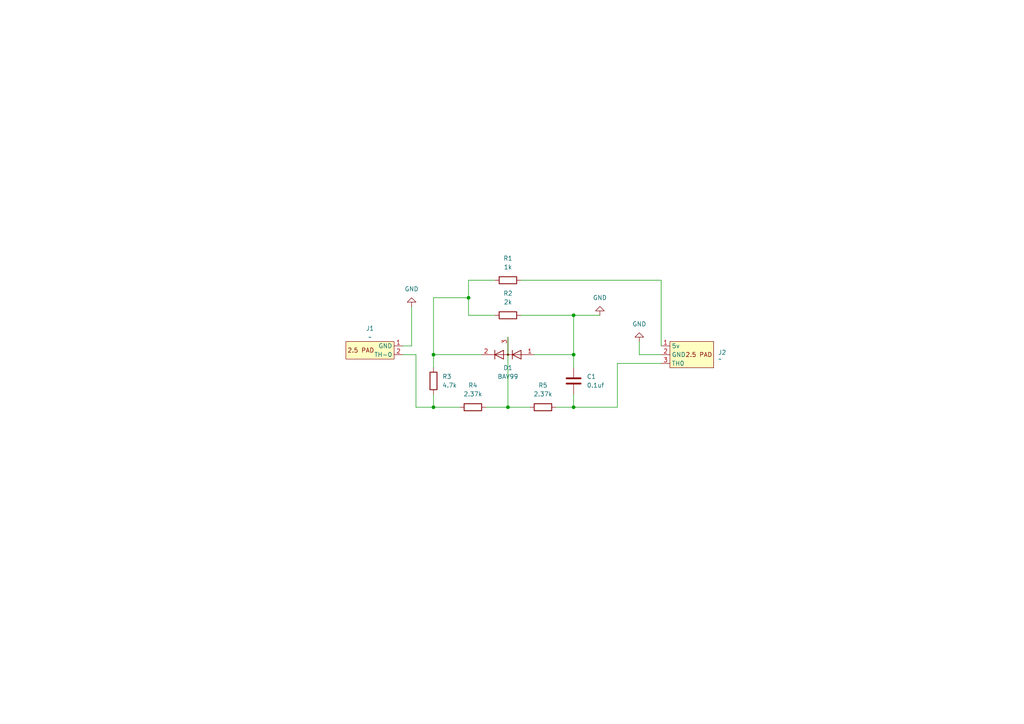
<source format=kicad_sch>
(kicad_sch (version 20231120) (generator "eeschema") (generator_version "8.0")
  (paper "A4")
  (lib_symbols
    (symbol "Device:C" (pin_numbers hide) (pin_names (offset 0.254))
      (property "Reference" "C" (at 0.635 2.54 0))
      (property "Value" "C" (at 0.635 -2.54 0))
      (symbol "C_0_1"
        (polyline (pts (xy -2.032 -0.762) (xy 2.032 -0.762)) (stroke (width 0.508)))
        (polyline (pts (xy -2.032 0.762) (xy 2.032 0.762)) (stroke (width 0.508)))
      )
      (symbol "C_1_1"
        (pin passive line (at 0 3.81 270) (length 2.794) (name "~") (number "1"))
        (pin passive line (at 0 -3.81 90) (length 2.794) (name "~") (number "2"))
      )
    )
    (symbol "Device:R" (pin_numbers hide) (pin_names (offset 0))
      (property "Reference" "R" (at 2.032 0 90))
      (property "Value" "R" (at 0 0 90))
      (symbol "R_0_1"
        (rectangle (start -1.016 -2.54) (end 1.016 2.54) (stroke (width 0.254)))
      )
      (symbol "R_1_1"
        (pin passive line (at 0 3.81 270) (length 1.27) (name "~") (number "1"))
        (pin passive line (at 0 -3.81 90) (length 1.27) (name "~") (number "2"))
      )
    )
    (symbol "Diode:BAV99" (pin_names hide)
      (property "Reference" "D" (at 0 5.08 0))
      (property "Value" "BAV99" (at 0 2.54 0))
      (symbol "BAV99_0_1"
        (polyline (pts (xy -5.08 0) (xy 5.08 0)))
      )
      (symbol "BAV99_1_1"
        (polyline (pts (xy 0 0) (xy 0 -2.54)))
        (polyline (pts (xy -1.27 -1.27) (xy -1.27 1.27) (xy -1.27 1.27)) (stroke (width 0.2032)))
        (polyline (pts (xy 3.81 1.27) (xy 3.81 -1.27) (xy 3.81 -1.27)) (stroke (width 0.2032)))
        (polyline (pts (xy -3.81 1.27) (xy -1.27 0) (xy -3.81 -1.27) (xy -3.81 1.27) (xy -3.81 1.27) (xy -3.81 1.27)) (stroke (width 0.2032)))
        (polyline (pts (xy 1.27 1.27) (xy 3.81 0) (xy 1.27 -1.27) (xy 1.27 1.27) (xy 1.27 1.27) (xy 1.27 1.27)) (stroke (width 0.2032)))
        (circle (center 0 0) (radius 0.254) (fill (type outline)))
        (pin passive line (at -7.62 0 0) (length 2.54) (name "K") (number "1"))
        (pin passive line (at 7.62 0 180) (length 2.54) (name "A") (number "2"))
        (pin passive line (at 0 -5.08 90) (length 2.54) (name "K") (number "3"))
      )
    )
    (symbol "power:GND" (power) (pin_numbers hide) (pin_names (offset 0) hide)
      (property "Value" "GND" (at 0 -3.81 0))
      (symbol "GND_0_1"
        (polyline (pts (xy 0 0) (xy 0 -1.27) (xy 1.27 -1.27) (xy 0 -2.54) (xy -1.27 -1.27) (xy 0 -1.27)))
      )
      (symbol "GND_1_1"
        (pin power_in line (at 0 0 270) (length 0) (name "~") (number "1"))
      )
    )
    (symbol "solder pads:2_pin_2.5_solder_pads"
      (property "Reference" "J" (at -2.286 3.556 0))
      (symbol "2_pin_2.5_solder_pads_1_1"
        (rectangle (start -15.24 2.54) (end -1.27 -2.54) (fill (type background)))
        (text "2.5 PAD" (at -10.922 0 0) (effects (font (size 1.27 1.27))))
        (pin power_in line (at 1.27 1.27 180) (length 2.54) (name "GND") (number "1"))
        (pin bidirectional line (at 1.27 -1.27 180) (length 2.54) (name "TH-0") (number "2"))
      )
    )
    (symbol "solder pads:3_pin_2.5_solder_pads"
      (property "Reference" "J" (at 1.778 5.08 0))
      (symbol "3_pin_2.5_solder_pads_1_1"
        (rectangle (start 1.27 3.81) (end 13.97 -3.81) (fill (type background)))
        (text "2.5 PAD" (at 9.652 0 0) (effects (font (size 1.27 1.27))))
        (pin power_in line (at -1.27 2.54 0) (length 2.54) (name "5v") (number "1"))
        (pin power_in line (at -1.27 0 0) (length 2.54) (name "GND") (number "2"))
        (pin bidirectional line (at -1.27 -2.54 0) (length 2.54) (name "TH0") (number "3"))
      )
    )
  )
  (junction (at 125.73 118.11))
  (junction (at 135.89 86.36))
  (junction (at 125.73 102.87))
  (junction (at 147.32 118.11))
  (junction (at 166.37 91.44))
  (junction (at 166.37 102.87))
  (junction (at 166.37 118.11))
  (wire (pts (xy 191.77 81.28) (xy 191.77 100.33)))
  (wire (pts (xy 185.42 102.87) (xy 191.77 102.87)))
  (wire (pts (xy 185.42 99.06) (xy 185.42 102.87)))
  (wire (pts (xy 166.37 102.87) (xy 166.37 106.68)))
  (wire (pts (xy 120.65 118.11) (xy 125.73 118.11)))
  (wire (pts (xy 125.73 102.87) (xy 139.7 102.87)))
  (wire (pts (xy 135.89 86.36) (xy 135.89 91.44)))
  (wire (pts (xy 125.73 86.36) (xy 125.73 102.87)))
  (wire (pts (xy 179.07 118.11) (xy 179.07 105.41)))
  (wire (pts (xy 151.13 81.28) (xy 191.77 81.28)))
  (wire (pts (xy 166.37 118.11) (xy 161.29 118.11)))
  (wire (pts (xy 135.89 81.28) (xy 135.89 86.36)))
  (wire (pts (xy 179.07 105.41) (xy 191.77 105.41)))
  (wire (pts (xy 147.32 118.11) (xy 153.67 118.11)))
  (wire (pts (xy 119.38 100.33) (xy 116.84 100.33)))
  (wire (pts (xy 125.73 114.3) (xy 125.73 118.11)))
  (wire (pts (xy 147.32 97.79) (xy 147.32 118.11)))
  (wire (pts (xy 120.65 102.87) (xy 116.84 102.87)))
  (wire (pts (xy 166.37 118.11) (xy 179.07 118.11)))
  (wire (pts (xy 135.89 86.36) (xy 125.73 86.36)))
  (wire (pts (xy 151.13 91.44) (xy 166.37 91.44)))
  (wire (pts (xy 140.97 118.11) (xy 147.32 118.11)))
  (wire (pts (xy 166.37 114.3) (xy 166.37 118.11)))
  (wire (pts (xy 135.89 91.44) (xy 143.51 91.44)))
  (wire (pts (xy 120.65 118.11) (xy 120.65 102.87)))
  (wire (pts (xy 119.38 88.9) (xy 119.38 100.33)))
  (wire (pts (xy 125.73 102.87) (xy 125.73 106.68)))
  (wire (pts (xy 154.94 102.87) (xy 166.37 102.87)))
  (wire (pts (xy 143.51 81.28) (xy 135.89 81.28)))
  (wire (pts (xy 125.73 118.11) (xy 133.35 118.11)))
  (wire (pts (xy 166.37 91.44) (xy 173.99 91.44)))
  (wire (pts (xy 166.37 91.44) (xy 166.37 102.87)))
  (symbol (lib_id "Device:R") (at 137.16 118.11 90) (unit 1)
    (property "Reference" "R4" (at 137.16 111.76 90))
    (property "Value" "2.37k" (at 137.16 114.3 90))
    (property "Footprint" "Resistor_SMD:R_0402_1005Metric" (effects (hide yes)))
    (property "Description" "Resistor" (effects (hide yes)))
  )
  (symbol (lib_id "Device:R") (at 147.32 81.28 90) (unit 1)
    (property "Reference" "R1" (at 147.32 74.93 90))
    (property "Value" "1k" (at 147.32 77.47 90))
    (property "Footprint" "Resistor_SMD:R_0402_1005Metric" (effects (hide yes)))
    (property "Description" "Resistor" (effects (hide yes)))
  )
  (symbol (lib_id "Device:R") (at 147.32 91.44 90) (unit 1)
    (property "Reference" "R2" (at 147.32 85.09 90))
    (property "Value" "2k" (at 147.32 87.63 90))
    (property "Footprint" "Resistor_SMD:R_0402_1005Metric" (effects (hide yes)))
    (property "Description" "Resistor" (effects (hide yes)))
  )
  (symbol (lib_id "power:GND") (at 173.99 91.44 180) (unit 1)
    (property "Reference" "#PWR03" (effects (hide yes)))
    (property "Value" "GND" (at 173.99 86.36 0))
    (property "Description" "Power symbol creates a global label with name \"GND\" , ground" (effects (hide yes)))
  )
  (symbol (lib_id "Diode:BAV99") (at 147.32 102.87 180) (unit 1)
    (property "Reference" "D1" (at 147.32 106.68 0))
    (property "Value" "BAV99" (at 147.32 109.22 0))
    (property "Footprint" "Package_TO_SOT_SMD:SOT-23" (effects (hide yes)))
    (property "Datasheet" "https://assets.nexperia.com/documents/data-sheet/BAV99_SER.pdf" (effects (hide yes)))
    (property "Description" "BAV99 High-speed switching diodes, SOT-23" (effects (hide yes)))
  )
  (symbol (lib_id "power:GND") (at 119.38 88.9 180) (unit 1)
    (property "Reference" "#PWR01" (effects (hide yes)))
    (property "Value" "GND" (at 119.38 83.82 0))
    (property "Description" "Power symbol creates a global label with name \"GND\" , ground" (effects (hide yes)))
  )
  (symbol (lib_id "Device:R") (at 157.48 118.11 90) (unit 1)
    (property "Reference" "R5" (at 157.48 111.76 90))
    (property "Value" "2.37k" (at 157.48 114.3 90))
    (property "Footprint" "Resistor_SMD:R_0402_1005Metric" (effects (hide yes)))
    (property "Description" "Resistor" (effects (hide yes)))
  )
  (symbol (lib_id "solder pads:2_pin_2.5_solder_pads") (at 115.57 101.6 0) (unit 1)
    (property "Reference" "J1" (at 107.315 95.25 0))
    (property "Value" "~" (at 107.315 97.79 0))
    (property "Footprint" "01_Solder_pads:2_pin_2.5pitch_solder_pads" (effects (hide yes)))
  )
  (symbol (lib_id "Device:R") (at 125.73 110.49 0) (unit 1)
    (property "Reference" "R3" (at 128.27 109.2199 0) (effects (justify left)))
    (property "Value" "4.7k" (at 128.27 111.7599 0) (effects (justify left)))
    (property "Footprint" "Resistor_SMD:R_0402_1005Metric" (effects (hide yes)))
    (property "Description" "Resistor" (effects (hide yes)))
  )
  (symbol (lib_id "Device:C") (at 166.37 110.49 0) (unit 1)
    (property "Reference" "C1" (at 170.18 109.2199 0) (effects (justify left)))
    (property "Value" "0.1uf" (at 170.18 111.7599 0) (effects (justify left)))
    (property "Footprint" "Capacitor_SMD:C_0402_1005Metric" (effects (hide yes)))
    (property "Description" "Unpolarized capacitor" (effects (hide yes)))
  )
  (symbol (lib_id "power:GND") (at 185.42 99.06 180) (unit 1)
    (property "Reference" "#PWR02" (effects (hide yes)))
    (property "Value" "GND" (at 185.42 93.98 0))
    (property "Description" "Power symbol creates a global label with name \"GND\" , ground" (effects (hide yes)))
  )
  (symbol (lib_id "solder pads:3_pin_2.5_solder_pads") (at 193.04 102.87 0) (unit 1)
    (property "Reference" "J2" (at 208.28 102.2349 0) (effects (justify left)))
    (property "Value" "~" (at 208.28 104.14 0) (effects (justify left)))
    (property "Footprint" "01_Solder_pads:3_pin_2.5pitch_solder_pads" (effects (hide yes)))
  )
)
</source>
